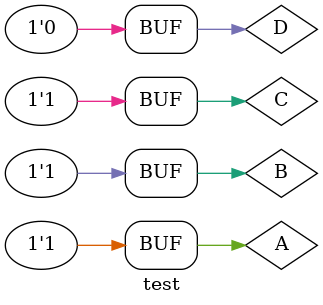
<source format=v>
`timescale 1ns / 1ps


module test;

	// Inputs
	reg A;
	reg B;
	reg C;
	reg D;

	// Outputs
	wire W;
	wire X;
	wire Y;
	wire Z;

	// Instantiate the Unit Under Test (UUT)
	lab6module uut (
		.A(A), 
		.B(B), 
		.C(C), 
		.D(D), 
		.W(W), 
		.X(X), 
		.Y(Y), 
		.Z(Z)
	);

	initial begin
		// Initialize Inputs
		A = 0;
		B = 0;
		C = 0;
		D = 0;

		// Wait 100 ns for global reset to finish
		#100;
        
		// Add stimulus here
		#50 A = 0;B = 0;C = 0;D = 1;
		#50 A = 0;B = 1;C = 1;D = 1;
		#50 A = 1;B = 1;C = 1;D = 0;
	end
	
	initial begin
	$monitor("W = %b, X = %b, Y = %b, Z = %b",W,X,Y,Z);
	end
      
endmodule

</source>
